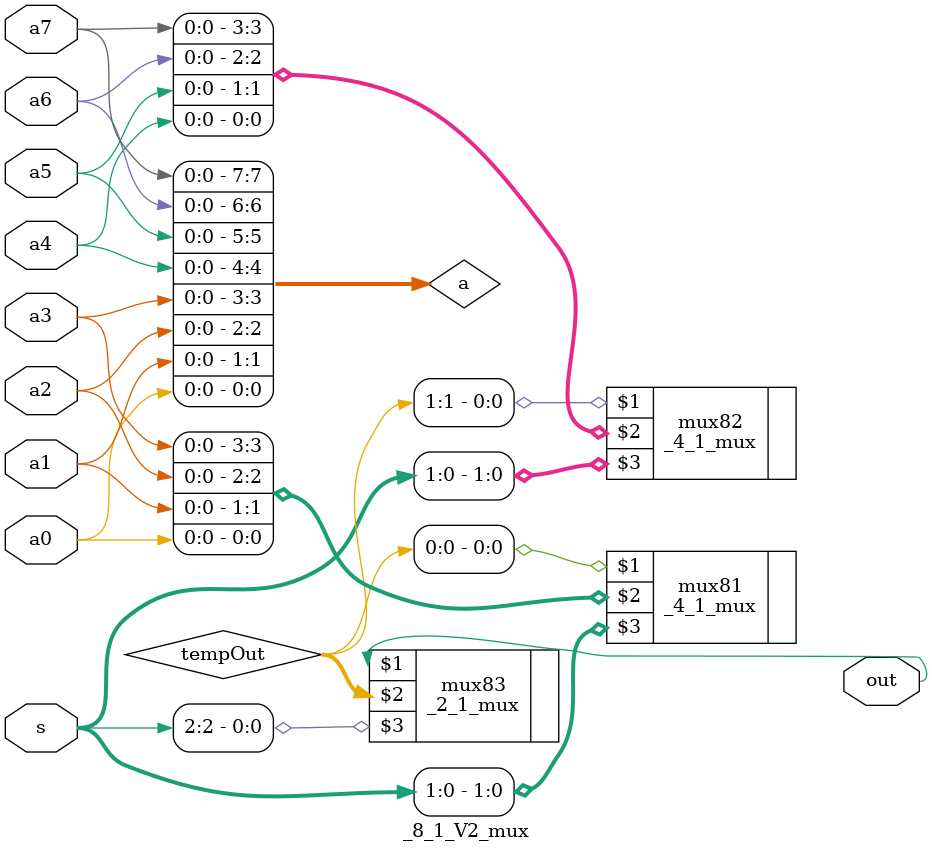
<source format=v>
module _8_1_V2_mux(out,a0,a1,a2,a3,a4,a5,a6,a7,s);

input a0,a1,a2,a3,a4,a5,a6,a7;
wire [7:0] a;
input [2:0] s;
output out;
wire [1:0] tempOut;

buf b1(a[0],a0),
	 b2(a[1],a1),
	 b3(a[2],a2),
	 b4(a[3],a3),
	 b5(a[4],a4),
	 b6(a[5],a5),
	 b7(a[6],a6),
	 b8(a[7],a7);

_4_1_mux mux81(tempOut[0],a[3:0],s[1:0]),
			mux82(tempOut[1],a[7:4],s[1:0]);
_2_1_mux	mux83(out,tempOut,s[2]);

endmodule
</source>
